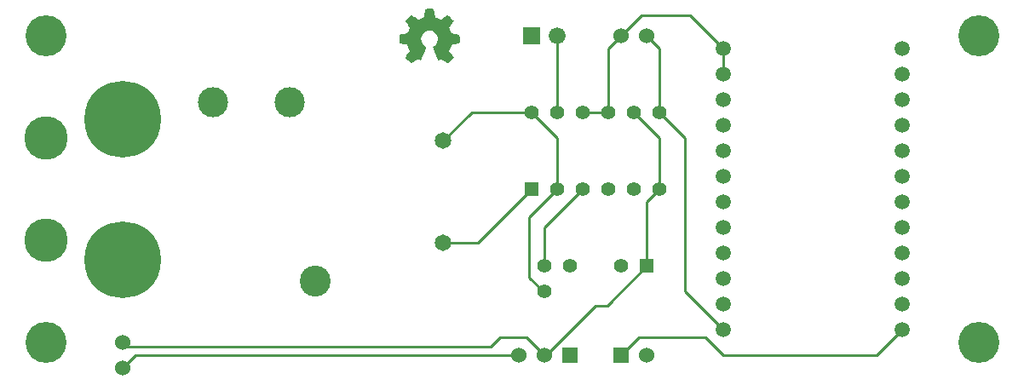
<source format=gtl>
G04 (created by PCBNEW (2013-07-07 BZR 4022)-stable) date Thu 15 Aug 2013 04:15:35 CST*
%MOIN*%
G04 Gerber Fmt 3.4, Leading zero omitted, Abs format*
%FSLAX34Y34*%
G01*
G70*
G90*
G04 APERTURE LIST*
%ADD10C,0.00590551*%
%ADD11C,0.0001*%
%ADD12C,0.0649*%
%ADD13C,0.121*%
%ADD14C,0.1181*%
%ADD15C,0.16*%
%ADD16R,0.06X0.06*%
%ADD17C,0.06*%
%ADD18R,0.055X0.055*%
%ADD19C,0.055*%
%ADD20R,0.066X0.066*%
%ADD21C,0.066*%
%ADD22C,0.17*%
%ADD23C,0.3*%
%ADD24C,0.0590551*%
%ADD25C,0.01*%
G04 APERTURE END LIST*
G54D10*
G54D11*
G36*
X51684Y-31561D02*
X51697Y-31554D01*
X51724Y-31537D01*
X51764Y-31511D01*
X51810Y-31480D01*
X51857Y-31448D01*
X51896Y-31422D01*
X51923Y-31405D01*
X51934Y-31399D01*
X51940Y-31401D01*
X51962Y-31412D01*
X51994Y-31429D01*
X52013Y-31438D01*
X52043Y-31451D01*
X52057Y-31454D01*
X52060Y-31450D01*
X52071Y-31427D01*
X52088Y-31388D01*
X52110Y-31337D01*
X52136Y-31277D01*
X52163Y-31212D01*
X52190Y-31146D01*
X52216Y-31084D01*
X52240Y-31027D01*
X52258Y-30981D01*
X52270Y-30949D01*
X52275Y-30935D01*
X52273Y-30932D01*
X52259Y-30918D01*
X52233Y-30899D01*
X52177Y-30853D01*
X52122Y-30784D01*
X52088Y-30706D01*
X52077Y-30619D01*
X52086Y-30539D01*
X52118Y-30462D01*
X52172Y-30392D01*
X52238Y-30340D01*
X52314Y-30308D01*
X52400Y-30297D01*
X52482Y-30306D01*
X52561Y-30337D01*
X52631Y-30390D01*
X52660Y-30424D01*
X52701Y-30495D01*
X52724Y-30570D01*
X52726Y-30589D01*
X52723Y-30672D01*
X52698Y-30752D01*
X52655Y-30823D01*
X52594Y-30881D01*
X52586Y-30887D01*
X52558Y-30908D01*
X52539Y-30922D01*
X52524Y-30934D01*
X52630Y-31189D01*
X52647Y-31229D01*
X52676Y-31298D01*
X52701Y-31358D01*
X52722Y-31406D01*
X52736Y-31438D01*
X52742Y-31451D01*
X52743Y-31451D01*
X52752Y-31453D01*
X52771Y-31446D01*
X52807Y-31429D01*
X52830Y-31417D01*
X52857Y-31404D01*
X52869Y-31399D01*
X52880Y-31404D01*
X52906Y-31421D01*
X52943Y-31447D01*
X52989Y-31477D01*
X53032Y-31507D01*
X53072Y-31533D01*
X53101Y-31552D01*
X53115Y-31559D01*
X53117Y-31559D01*
X53130Y-31552D01*
X53153Y-31533D01*
X53187Y-31500D01*
X53236Y-31452D01*
X53244Y-31445D01*
X53284Y-31404D01*
X53317Y-31369D01*
X53339Y-31345D01*
X53347Y-31334D01*
X53347Y-31334D01*
X53339Y-31320D01*
X53321Y-31291D01*
X53295Y-31251D01*
X53263Y-31203D01*
X53178Y-31081D01*
X53225Y-30966D01*
X53239Y-30930D01*
X53257Y-30887D01*
X53270Y-30857D01*
X53277Y-30843D01*
X53290Y-30839D01*
X53321Y-30831D01*
X53367Y-30822D01*
X53422Y-30812D01*
X53474Y-30802D01*
X53521Y-30793D01*
X53555Y-30787D01*
X53570Y-30784D01*
X53574Y-30781D01*
X53577Y-30774D01*
X53579Y-30758D01*
X53580Y-30729D01*
X53581Y-30684D01*
X53581Y-30619D01*
X53581Y-30612D01*
X53580Y-30550D01*
X53579Y-30501D01*
X53577Y-30469D01*
X53575Y-30456D01*
X53575Y-30456D01*
X53560Y-30452D01*
X53527Y-30445D01*
X53480Y-30436D01*
X53424Y-30425D01*
X53420Y-30425D01*
X53364Y-30414D01*
X53318Y-30404D01*
X53285Y-30397D01*
X53271Y-30392D01*
X53268Y-30388D01*
X53257Y-30366D01*
X53241Y-30332D01*
X53222Y-30290D01*
X53204Y-30246D01*
X53188Y-30206D01*
X53178Y-30177D01*
X53175Y-30163D01*
X53175Y-30163D01*
X53183Y-30150D01*
X53202Y-30121D01*
X53230Y-30081D01*
X53262Y-30033D01*
X53265Y-30029D01*
X53297Y-29982D01*
X53323Y-29942D01*
X53340Y-29914D01*
X53347Y-29901D01*
X53347Y-29900D01*
X53336Y-29886D01*
X53312Y-29859D01*
X53277Y-29823D01*
X53236Y-29782D01*
X53223Y-29769D01*
X53177Y-29724D01*
X53145Y-29695D01*
X53125Y-29679D01*
X53116Y-29675D01*
X53115Y-29676D01*
X53101Y-29684D01*
X53071Y-29704D01*
X53031Y-29731D01*
X52983Y-29764D01*
X52980Y-29766D01*
X52932Y-29798D01*
X52893Y-29825D01*
X52865Y-29843D01*
X52853Y-29850D01*
X52851Y-29850D01*
X52832Y-29845D01*
X52798Y-29833D01*
X52757Y-29817D01*
X52713Y-29800D01*
X52673Y-29783D01*
X52644Y-29769D01*
X52630Y-29761D01*
X52629Y-29761D01*
X52624Y-29744D01*
X52616Y-29708D01*
X52606Y-29660D01*
X52595Y-29602D01*
X52593Y-29593D01*
X52583Y-29536D01*
X52574Y-29490D01*
X52567Y-29458D01*
X52564Y-29444D01*
X52556Y-29443D01*
X52528Y-29441D01*
X52486Y-29439D01*
X52435Y-29439D01*
X52382Y-29439D01*
X52330Y-29440D01*
X52286Y-29442D01*
X52254Y-29444D01*
X52240Y-29447D01*
X52240Y-29448D01*
X52235Y-29465D01*
X52227Y-29500D01*
X52217Y-29549D01*
X52206Y-29607D01*
X52204Y-29618D01*
X52194Y-29674D01*
X52184Y-29720D01*
X52177Y-29751D01*
X52174Y-29764D01*
X52169Y-29766D01*
X52146Y-29777D01*
X52108Y-29792D01*
X52061Y-29811D01*
X51953Y-29855D01*
X51821Y-29764D01*
X51809Y-29756D01*
X51761Y-29723D01*
X51722Y-29697D01*
X51694Y-29680D01*
X51683Y-29673D01*
X51682Y-29674D01*
X51669Y-29685D01*
X51643Y-29710D01*
X51607Y-29745D01*
X51565Y-29786D01*
X51534Y-29817D01*
X51498Y-29854D01*
X51475Y-29879D01*
X51462Y-29895D01*
X51457Y-29905D01*
X51459Y-29912D01*
X51467Y-29925D01*
X51487Y-29954D01*
X51514Y-29995D01*
X51546Y-30041D01*
X51573Y-30081D01*
X51602Y-30125D01*
X51620Y-30157D01*
X51627Y-30172D01*
X51625Y-30179D01*
X51616Y-30205D01*
X51600Y-30244D01*
X51580Y-30291D01*
X51534Y-30396D01*
X51465Y-30409D01*
X51424Y-30417D01*
X51365Y-30428D01*
X51309Y-30439D01*
X51222Y-30456D01*
X51219Y-30775D01*
X51233Y-30781D01*
X51246Y-30785D01*
X51278Y-30792D01*
X51324Y-30801D01*
X51378Y-30811D01*
X51425Y-30820D01*
X51471Y-30829D01*
X51505Y-30835D01*
X51520Y-30838D01*
X51523Y-30843D01*
X51535Y-30866D01*
X51552Y-30902D01*
X51570Y-30945D01*
X51589Y-30990D01*
X51605Y-31031D01*
X51617Y-31063D01*
X51621Y-31079D01*
X51615Y-31091D01*
X51597Y-31119D01*
X51571Y-31158D01*
X51540Y-31204D01*
X51508Y-31251D01*
X51481Y-31290D01*
X51462Y-31319D01*
X51455Y-31332D01*
X51459Y-31341D01*
X51477Y-31363D01*
X51512Y-31399D01*
X51564Y-31451D01*
X51573Y-31459D01*
X51614Y-31499D01*
X51649Y-31531D01*
X51673Y-31553D01*
X51684Y-31561D01*
X51684Y-31561D01*
G37*
G54D12*
X52943Y-38602D03*
X52943Y-34603D03*
G54D13*
X47944Y-40098D03*
G54D14*
X43940Y-33107D03*
X46944Y-33107D03*
G54D15*
X37400Y-42500D03*
X37400Y-30500D03*
X73900Y-42500D03*
X73900Y-30500D03*
G54D16*
X57900Y-43000D03*
G54D17*
X56900Y-43000D03*
X55900Y-43000D03*
G54D18*
X60900Y-39500D03*
G54D19*
X59900Y-39500D03*
G54D17*
X59900Y-30500D03*
X60900Y-30500D03*
G54D18*
X56400Y-36500D03*
G54D19*
X56400Y-33500D03*
X57900Y-39500D03*
X56900Y-39500D03*
X56900Y-40500D03*
G54D20*
X56400Y-30500D03*
G54D21*
X57400Y-30500D03*
G54D17*
X40400Y-43500D03*
X40400Y-42500D03*
G54D22*
X37400Y-38500D03*
X37400Y-34500D03*
G54D23*
X40400Y-39250D03*
X40400Y-33750D03*
G54D16*
X59900Y-43000D03*
G54D17*
X60900Y-43000D03*
G54D24*
X70900Y-42000D03*
X70900Y-41000D03*
X70900Y-40000D03*
X70900Y-39000D03*
X70900Y-38000D03*
X70900Y-37000D03*
X70900Y-36000D03*
X70900Y-35000D03*
X70900Y-34000D03*
X70900Y-33000D03*
X70900Y-32000D03*
X70900Y-31000D03*
X63900Y-31000D03*
X63900Y-32000D03*
X63900Y-33000D03*
X63900Y-34000D03*
X63900Y-35000D03*
X63900Y-36000D03*
X63900Y-37000D03*
X63900Y-38000D03*
X63900Y-39000D03*
X63900Y-40000D03*
X63900Y-41000D03*
X63900Y-42000D03*
G54D19*
X60400Y-33500D03*
X60400Y-36500D03*
X61400Y-33500D03*
X61400Y-36500D03*
X59400Y-33500D03*
X59400Y-36500D03*
X58400Y-33500D03*
X58400Y-36500D03*
X57400Y-33500D03*
X57400Y-36500D03*
G54D25*
X61400Y-33500D02*
X61400Y-31000D01*
X61400Y-31000D02*
X60900Y-30500D01*
X61400Y-33500D02*
X62400Y-34500D01*
X62400Y-34500D02*
X62400Y-40500D01*
X62400Y-40500D02*
X63900Y-42000D01*
X59900Y-43000D02*
X60600Y-42300D01*
X60600Y-42300D02*
X63200Y-42300D01*
X52943Y-38602D02*
X54298Y-38602D01*
X54298Y-38602D02*
X56400Y-36500D01*
X63200Y-42300D02*
X63900Y-43000D01*
X63900Y-43000D02*
X69900Y-43000D01*
X69900Y-43000D02*
X70900Y-42000D01*
X55900Y-43000D02*
X40900Y-43000D01*
X40900Y-43000D02*
X40400Y-43500D01*
X63900Y-31000D02*
X62600Y-29700D01*
X62600Y-29700D02*
X60700Y-29700D01*
X63900Y-32000D02*
X63900Y-31000D01*
X58400Y-33500D02*
X59400Y-33500D01*
X59400Y-33500D02*
X59400Y-31000D01*
X59400Y-31000D02*
X59900Y-30500D01*
X60700Y-29700D02*
X59900Y-30500D01*
X57400Y-36500D02*
X57400Y-34500D01*
X57400Y-34500D02*
X56400Y-33500D01*
X56900Y-40500D02*
X56850Y-40500D01*
X56300Y-37600D02*
X57400Y-36500D01*
X56300Y-39950D02*
X56300Y-37600D01*
X56850Y-40500D02*
X56300Y-39950D01*
X56400Y-33500D02*
X54046Y-33500D01*
X54046Y-33500D02*
X52943Y-34603D01*
X56900Y-43000D02*
X56950Y-43000D01*
X59350Y-41050D02*
X60900Y-39500D01*
X58900Y-41050D02*
X59350Y-41050D01*
X56950Y-43000D02*
X58900Y-41050D01*
X56900Y-43000D02*
X56200Y-42300D01*
X40550Y-42650D02*
X40400Y-42500D01*
X54800Y-42650D02*
X40550Y-42650D01*
X55150Y-42300D02*
X54800Y-42650D01*
X56200Y-42300D02*
X55150Y-42300D01*
X61400Y-36500D02*
X61400Y-34500D01*
X61400Y-34500D02*
X60400Y-33500D01*
X60900Y-39500D02*
X60900Y-37000D01*
X60900Y-37000D02*
X61400Y-36500D01*
X57400Y-33500D02*
X57400Y-30500D01*
X56900Y-39500D02*
X56900Y-38000D01*
X56900Y-38000D02*
X58400Y-36500D01*
M02*

</source>
